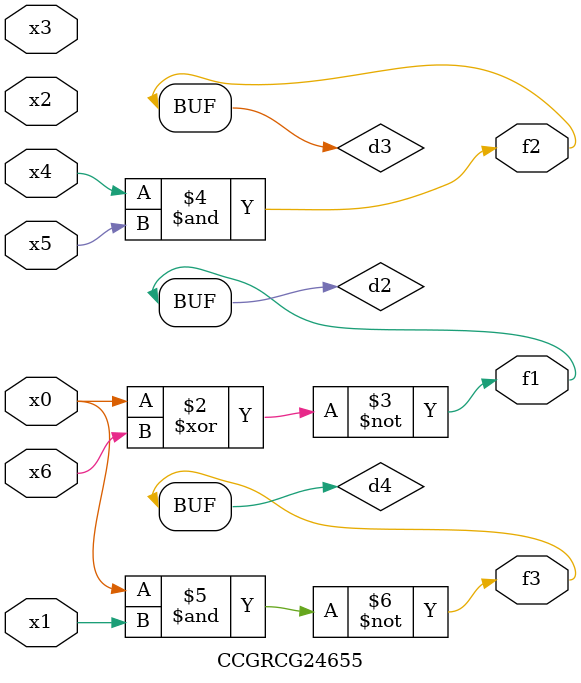
<source format=v>
module CCGRCG24655(
	input x0, x1, x2, x3, x4, x5, x6,
	output f1, f2, f3
);

	wire d1, d2, d3, d4;

	nor (d1, x0);
	xnor (d2, x0, x6);
	and (d3, x4, x5);
	nand (d4, x0, x1);
	assign f1 = d2;
	assign f2 = d3;
	assign f3 = d4;
endmodule

</source>
